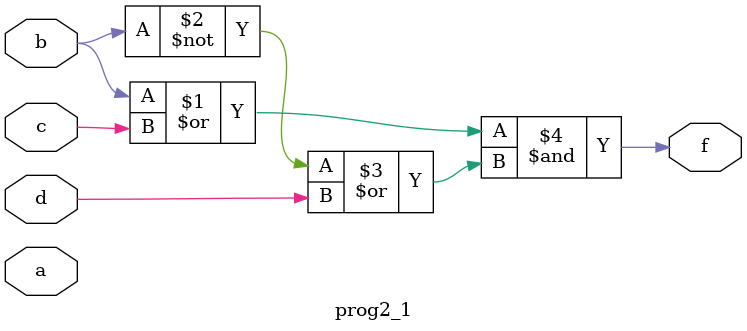
<source format=v>
module prog2_1(a,b,c,d,f);
input a,b,c,d;
output f;
assign f = (b|c)&(~b|d);
endmodule
</source>
